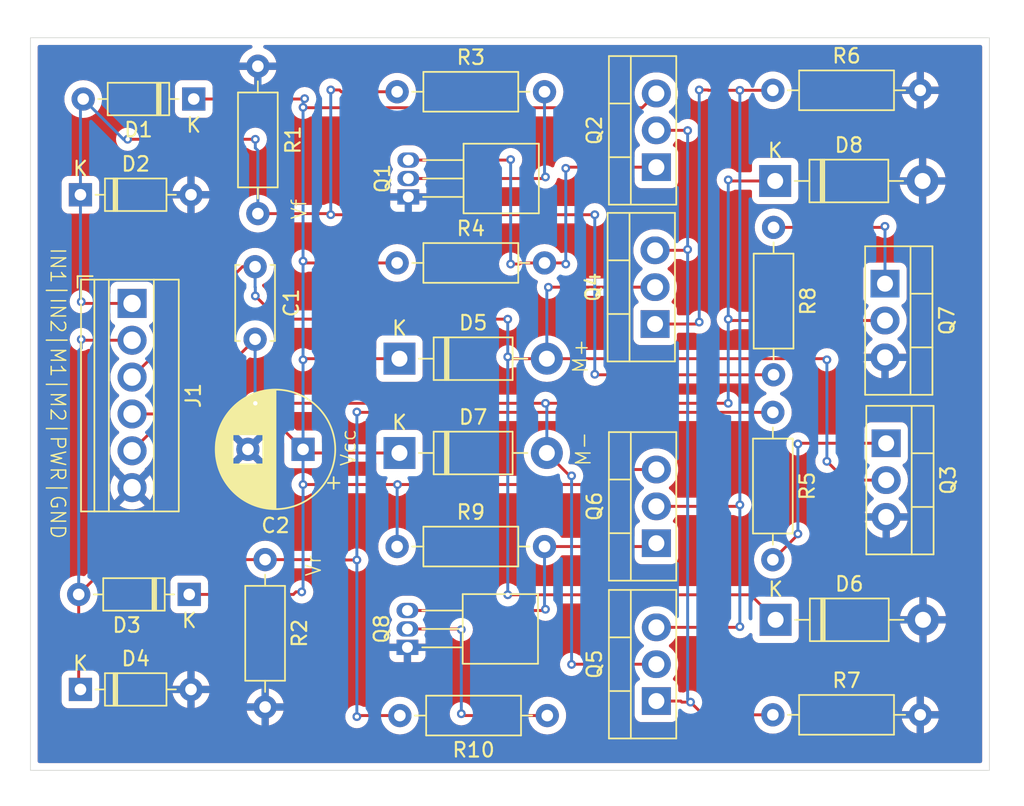
<source format=kicad_pcb>
(kicad_pcb (version 20240108) (generator "pcbnew") (generator_version "8.0")
  (layers (0 "F.Cu" signal) (31 "B.Cu" signal) (34 "B.Paste" user) (35 "F.Paste" user) (36 "B.SilkS" user "B.Silkscreen") (37 "F.SilkS" user "F.Silkscreen") (38 "B.Mask" user) (39 "F.Mask" user) (44 "Edge.Cuts" user))
  (net 0 "")
  (net 1 "Vcc")
  (net 2 "M+")
  (net 3 "M-")
  (net 4 "Vf")
  (net 5 "Vr")
  (net 6 "Net-(Q3-G)")
  (net 7 "Net-(Q4-G)")
  (net 8 "GND")
  (net 9 "Net-(Q1-B)")
  (net 10 "Net-(Q1-C)")
  (net 11 "Net-(Q2-D)")
  (net 12 "Net-(Q6-G)")
  (net 13 "Net-(Q7-G)")
  (net 14 "Net-(Q8-B)")
  (footprint "Diode_THT:D_DO-35_SOD27_P7.62mm_Horizontal" (layer "F.Cu") (at 98.345 79.825)
    (property "Reference" "D2" (at 3.81 -2.12 0) (layer "F.SilkS"))
    (property "Value" "1N4148")
    (fp_text user "K" (at 0 -1.8 0) (layer "F.SilkS"))
    (pad "1" thru_hole rect (at 0 0) (size 1.6 1.6) (drill 0.8) (layers "*.Cu" "*.Mask") (net 4 "Vf"))
    (pad "2" thru_hole oval (at 7.62 0) (size 1.6 1.6) (drill 0.8) (layers "*.Cu" "*.Mask") (net 8 "GND"))
  )
  (footprint "Resistor_THT:R_Axial_DIN0207_L6.3mm_D2.5mm_P10.16mm_Horizontal" (layer "F.Cu") (at 110.575 81.125 90)
    (property "Reference" "R1" (at 5.08 2.43 90) (layer "F.SilkS"))
    (property "Value" "1k")
    (pad "1" thru_hole circle (at 0 0 90) (size 1.6 1.6) (drill 0.8) (layers "*.Cu" "*.Mask") (net 4 "Vf"))
    (pad "2" thru_hole oval (at 10.16 0 90) (size 1.6 1.6) (drill 0.8) (layers "*.Cu" "*.Mask") (net 8 "GND"))
  )
  (footprint "Capacitor_THT:CP_Radial_D8.0mm_P3.80mm" (layer "F.Cu") (at 113.689698 97.375 180)
    (property "Reference" "C2" (at 1.9 -5.25 360) (layer "F.SilkS"))
    (property "Value" "470uF 50V")
    (pad "1" thru_hole rect (at 0 0 180) (size 1.6 1.6) (drill 0.8) (layers "*.Cu" "*.Mask") (net 1 "Vcc"))
    (pad "2" thru_hole circle (at 3.8 0 180) (size 1.6 1.6) (drill 0.8) (layers "*.Cu" "*.Mask") (net 8 "GND"))
  )
  (footprint "Diode_THT:D_DO-35_SOD27_P7.62mm_Horizontal" (layer "F.Cu") (at 98.345 113.925)
    (property "Reference" "D4" (at 3.81 -2.12 0) (layer "F.SilkS"))
    (property "Value" "1N4148")
    (fp_text user "K" (at 0 -1.8 0) (layer "F.SilkS"))
    (pad "1" thru_hole rect (at 0 0) (size 1.6 1.6) (drill 0.8) (layers "*.Cu" "*.Mask") (net 5 "Vr"))
    (pad "2" thru_hole oval (at 7.62 0) (size 1.6 1.6) (drill 0.8) (layers "*.Cu" "*.Mask") (net 8 "GND"))
  )
  (footprint "Resistor_THT:R_Axial_DIN0207_L6.3mm_D2.5mm_P10.16mm_Horizontal" (layer "F.Cu") (at 146.075 72.625)
    (property "Reference" "R6" (at 5.08 -2.37 0) (layer "F.SilkS"))
    (property "Value" "1k")
    (pad "1" thru_hole circle (at 0 0) (size 1.6 1.6) (drill 0.8) (layers "*.Cu" "*.Mask") (net 7 "Net-(Q4-G)"))
    (pad "2" thru_hole oval (at 10.16 0) (size 1.6 1.6) (drill 0.8) (layers "*.Cu" "*.Mask") (net 8 "GND"))
  )
  (footprint "Diode_THT:D_DO-41_SOD81_P10.16mm_Horizontal" (layer "F.Cu") (at 146.235 78.875)
    (property "Reference" "D8" (at 5.08 -2.47 360) (layer "F.SilkS"))
    (property "Value" "1N5819")
    (fp_text user "K" (at 0 -2.1 360) (layer "F.SilkS"))
    (pad "1" thru_hole rect (at 0 0) (size 2.2 2.2) (drill 1.1) (layers "*.Cu" "*.Mask") (net 3 "M-"))
    (pad "2" thru_hole oval (at 10.16 0) (size 2.2 2.2) (drill 1.1) (layers "*.Cu" "*.Mask") (net 8 "GND"))
  )
  (footprint "Resistor_THT:R_Axial_DIN0207_L6.3mm_D2.5mm_P10.16mm_Horizontal" (layer "F.Cu") (at 146.075 94.825 -90)
    (property "Reference" "R5" (at 5.08 -2.37 90) (layer "F.SilkS"))
    (property "Value" "470")
    (pad "1" thru_hole circle (at 0 0 270) (size 1.6 1.6) (drill 0.8) (layers "*.Cu" "*.Mask") (net 5 "Vr"))
    (pad "2" thru_hole oval (at 10.16 0 270) (size 1.6 1.6) (drill 0.8) (layers "*.Cu" "*.Mask") (net 6 "Net-(Q3-G)"))
  )
  (footprint "Resistor_THT:R_Axial_DIN0207_L6.3mm_D2.5mm_P10.16mm_Horizontal" (layer "F.Cu") (at 111.075 104.975 -90)
    (property "Reference" "R2" (at 5.08 -2.37 90) (layer "F.SilkS"))
    (property "Value" "1k")
    (pad "1" thru_hole circle (at 0 0 270) (size 1.6 1.6) (drill 0.8) (layers "*.Cu" "*.Mask") (net 5 "Vr"))
    (pad "2" thru_hole oval (at 10.16 0 270) (size 1.6 1.6) (drill 0.8) (layers "*.Cu" "*.Mask") (net 8 "GND"))
  )
  (footprint "Package_TO_SOT_THT:TO-220-3_Vertical" (layer "F.Cu") (at 138.045 103.845 90)
    (property "Reference" "Q6" (at 2.54 -4.27 90) (layer "F.SilkS"))
    (property "Value" "IRF4905")
    (pad "1" thru_hole rect (at 0 0 90) (size 1.905 2) (drill 1.1) (layers "*.Cu" "*.Mask") (net 12 "Net-(Q6-G)"))
    (pad "2" thru_hole oval (at 2.54 0 90) (size 1.905 2) (drill 1.1) (layers "*.Cu" "*.Mask") (net 7 "Net-(Q4-G)"))
    (pad "3" thru_hole oval (at 5.08 0 90) (size 1.905 2) (drill 1.1) (layers "*.Cu" "*.Mask") (net 1 "Vcc"))
  )
  (footprint "Diode_THT:D_DO-41_SOD81_P10.16mm_Horizontal" (layer "F.Cu") (at 146.265 109.125)
    (property "Reference" "D6" (at 5.08 -2.47 360) (layer "F.SilkS"))
    (property "Value" "1N5819")
    (fp_text user "K" (at 0 -2.1 360) (layer "F.SilkS"))
    (pad "1" thru_hole rect (at 0 0) (size 2.2 2.2) (drill 1.1) (layers "*.Cu" "*.Mask") (net 2 "M+"))
    (pad "2" thru_hole oval (at 10.16 0) (size 2.2 2.2) (drill 1.1) (layers "*.Cu" "*.Mask") (net 8 "GND"))
  )
  (footprint "Resistor_THT:R_Axial_DIN0207_L6.3mm_D2.5mm_P10.16mm_Horizontal" (layer "F.Cu") (at 120.175 104.075)
    (property "Reference" "R9" (at 5.08 -2.37 0) (layer "F.SilkS"))
    (property "Value" "1k")
    (pad "1" thru_hole circle (at 0 0) (size 1.6 1.6) (drill 0.8) (layers "*.Cu" "*.Mask") (net 1 "Vcc"))
    (pad "2" thru_hole oval (at 10.16 0) (size 1.6 1.6) (drill 0.8) (layers "*.Cu" "*.Mask") (net 12 "Net-(Q6-G)"))
  )
  (footprint "Resistor_THT:R_Axial_DIN0207_L6.3mm_D2.5mm_P10.16mm_Horizontal" (layer "F.Cu") (at 130.525 115.725 180)
    (property "Reference" "R10" (at 5.08 -2.37 360) (layer "F.SilkS"))
    (property "Value" "470")
    (pad "1" thru_hole circle (at 0 0 180) (size 1.6 1.6) (drill 0.8) (layers "*.Cu" "*.Mask") (net 14 "Net-(Q8-B)"))
    (pad "2" thru_hole oval (at 10.16 0 180) (size 1.6 1.6) (drill 0.8) (layers "*.Cu" "*.Mask") (net 5 "Vr"))
  )
  (footprint "Resistor_THT:R_Axial_DIN0207_L6.3mm_D2.5mm_P10.16mm_Horizontal" (layer "F.Cu") (at 146.125 82.075 -90)
    (property "Reference" "R8" (at 5.08 -2.37 90) (layer "F.SilkS"))
    (property "Value" "470")
    (pad "1" thru_hole circle (at 0 0 270) (size 1.6 1.6) (drill 0.8) (layers "*.Cu" "*.Mask") (net 13 "Net-(Q7-G)"))
    (pad "2" thru_hole oval (at 10.16 0 270) (size 1.6 1.6) (drill 0.8) (layers "*.Cu" "*.Mask") (net 4 "Vf"))
  )
  (footprint "Package_TO_SOT_THT:TO-220-3_Vertical" (layer "F.Cu") (at 137.955 88.735 90)
    (property "Reference" "Q4" (at 2.54 -4.27 90) (layer "F.SilkS"))
    (property "Value" "IRF4905")
    (pad "1" thru_hole rect (at 0 0 90) (size 1.905 2) (drill 1.1) (layers "*.Cu" "*.Mask") (net 7 "Net-(Q4-G)"))
    (pad "2" thru_hole oval (at 2.54 0 90) (size 1.905 2) (drill 1.1) (layers "*.Cu" "*.Mask") (net 2 "M+"))
    (pad "3" thru_hole oval (at 5.08 0 90) (size 1.905 2) (drill 1.1) (layers "*.Cu" "*.Mask") (net 11 "Net-(Q2-D)"))
  )
  (footprint "Package_TO_SOT_THT:TO-220-3_Vertical" (layer "F.Cu") (at 153.885 96.955 -90)
    (property "Reference" "Q3" (at 2.54 -4.27 90) (layer "F.SilkS"))
    (property "Value" "IRLZ44N")
    (pad "1" thru_hole rect (at 0 0 270) (size 1.905 2) (drill 1.1) (layers "*.Cu" "*.Mask") (net 6 "Net-(Q3-G)"))
    (pad "2" thru_hole oval (at 2.54 0 270) (size 1.905 2) (drill 1.1) (layers "*.Cu" "*.Mask") (net 2 "M+"))
    (pad "3" thru_hole oval (at 5.08 0 270) (size 1.905 2) (drill 1.1) (layers "*.Cu" "*.Mask") (net 8 "GND"))
  )
  (footprint "Package_TO_SOT_THT:TO-220-3_Vertical" (layer "F.Cu") (at 138.045 77.925 90)
    (property "Reference" "Q2" (at 2.54 -4.27 90) (layer "F.SilkS"))
    (property "Value" "IRF4905")
    (pad "1" thru_hole rect (at 0 0 90) (size 1.905 2) (drill 1.1) (layers "*.Cu" "*.Mask") (net 10 "Net-(Q1-C)"))
    (pad "2" thru_hole oval (at 2.54 0 90) (size 1.905 2) (drill 1.1) (layers "*.Cu" "*.Mask") (net 11 "Net-(Q2-D)"))
    (pad "3" thru_hole oval (at 5.08 0 90) (size 1.905 2) (drill 1.1) (layers "*.Cu" "*.Mask") (net 1 "Vcc"))
  )
  (footprint "Diode_THT:D_DO-41_SOD81_P10.16mm_Horizontal" (layer "F.Cu") (at 120.335 91.125)
    (property "Reference" "D5" (at 5.08 -2.47 0) (layer "F.SilkS"))
    (property "Value" "1N5819")
    (fp_text user "K" (at 0 -2.1 0) (layer "F.SilkS"))
    (pad "1" thru_hole rect (at 0 0) (size 2.2 2.2) (drill 1.1) (layers "*.Cu" "*.Mask") (net 1 "Vcc"))
    (pad "2" thru_hole oval (at 10.16 0) (size 2.2 2.2) (drill 1.1) (layers "*.Cu" "*.Mask") (net 2 "M+"))
  )
  (footprint "TerminalBlock:TerminalBlock_Xinya_XY308-2.54-6P_1x06_P2.54mm_Horizontal" (layer "F.Cu") (at 101.905 87.315 -90)
    (property "Reference" "J1" (at 6.35 -4.22 90) (layer "F.SilkS"))
    (property "Value" "Screw_Terminal_01x06")
    (pad "1" thru_hole rect (at 0 0 270) (size 2 2) (drill 1.2) (layers "*.Cu" "*.Mask") (net 4 "Vf"))
    (pad "2" thru_hole circle (at 2.54 0 270) (size 2 2) (drill 1.2) (layers "*.Cu" "*.Mask") (net 5 "Vr"))
    (pad "3" thru_hole circle (at 5.08 0 270) (size 2 2) (drill 1.2) (layers "*.Cu" "*.Mask") (net 2 "M+"))
    (pad "4" thru_hole circle (at 7.62 0 270) (size 2 2) (drill 1.2) (layers "*.Cu" "*.Mask") (net 3 "M-"))
    (pad "5" thru_hole circle (at 10.16 0 270) (size 2 2) (drill 1.2) (layers "*.Cu" "*.Mask") (net 1 "Vcc"))
    (pad "6" thru_hole circle (at 12.7 0 270) (size 2 2) (drill 1.2) (layers "*.Cu" "*.Mask") (net 8 "GND"))
  )
  (footprint "Package_TO_SOT_THT:TO-220-3_Vertical" (layer "F.Cu") (at 138.045 114.725 90)
    (property "Reference" "Q5" (at 2.54 -4.27 90) (layer "F.SilkS"))
    (property "Value" "IRF4905")
    (pad "1" thru_hole rect (at 0 0 90) (size 1.905 2) (drill 1.1) (layers "*.Cu" "*.Mask") (net 11 "Net-(Q2-D)"))
    (pad "2" thru_hole oval (at 2.54 0 90) (size 1.905 2) (drill 1.1) (layers "*.Cu" "*.Mask") (net 3 "M-"))
    (pad "3" thru_hole oval (at 5.08 0 90) (size 1.905 2) (drill 1.1) (layers "*.Cu" "*.Mask") (net 7 "Net-(Q4-G)"))
  )
  (footprint "Package_TO_SOT_THT:TO-92_Inline_Horizontal1" (layer "F.Cu") (at 120.885 111.025 90)
    (property "Reference" "Q8" (at 1.27 -1.78 90) (layer "F.SilkS"))
    (property "Value" "2N2222")
    (pad "1" thru_hole rect (at 0 0 90) (size 1.05 1.5) (drill 0.75) (layers "*.Cu" "*.Mask") (net 8 "GND"))
    (pad "2" thru_hole oval (at 1.27 0 90) (size 1.05 1.5) (drill 0.75) (layers "*.Cu" "*.Mask") (net 14 "Net-(Q8-B)"))
    (pad "3" thru_hole oval (at 2.54 0 90) (size 1.05 1.5) (drill 0.75) (layers "*.Cu" "*.Mask") (net 12 "Net-(Q6-G)"))
  )
  (footprint "Capacitor_THT:C_Disc_D5.0mm_W2.5mm_P5.00mm" (layer "F.Cu") (at 110.385 84.785 -90)
    (property "Reference" "C1" (at 2.5 -2.5 90) (layer "F.SilkS"))
    (property "Value" "1uF 50V")
    (pad "1" thru_hole circle (at 0 0 270) (size 1.6 1.6) (drill 0.8) (layers "*.Cu" "*.Mask") (net 2 "M+"))
    (pad "2" thru_hole circle (at 5 0 270) (size 1.6 1.6) (drill 0.8) (layers "*.Cu" "*.Mask") (net 3 "M-"))
  )
  (footprint "Resistor_THT:R_Axial_DIN0207_L6.3mm_D2.5mm_P10.16mm_Horizontal" (layer "F.Cu") (at 146.075 115.675)
    (property "Reference" "R7" (at 5.08 -2.37 0) (layer "F.SilkS"))
    (property "Value" "1k")
    (pad "1" thru_hole circle (at 0 0) (size 1.6 1.6) (drill 0.8) (layers "*.Cu" "*.Mask") (net 11 "Net-(Q2-D)"))
    (pad "2" thru_hole oval (at 10.16 0) (size 1.6 1.6) (drill 0.8) (layers "*.Cu" "*.Mask") (net 8 "GND"))
  )
  (footprint "Package_TO_SOT_THT:TO-92_Inline_Horizontal1" (layer "F.Cu") (at 120.945 79.975 90)
    (property "Reference" "Q1" (at 1.27 -1.78 90) (layer "F.SilkS"))
    (property "Value" "2N2222")
    (pad "1" thru_hole rect (at 0 0 90) (size 1.05 1.5) (drill 0.75) (layers "*.Cu" "*.Mask") (net 8 "GND"))
    (pad "2" thru_hole oval (at 1.27 0 90) (size 1.05 1.5) (drill 0.75) (layers "*.Cu" "*.Mask") (net 9 "Net-(Q1-B)"))
    (pad "3" thru_hole oval (at 2.54 0 90) (size 1.05 1.5) (drill 0.75) (layers "*.Cu" "*.Mask") (net 10 "Net-(Q1-C)"))
  )
  (footprint "Diode_THT:D_DO-35_SOD27_P7.62mm_Horizontal" (layer "F.Cu") (at 105.845 107.375 180)
    (property "Reference" "D3" (at 4.31 -2.12 360) (layer "F.SilkS"))
    (property "Value" "1N4148")
    (fp_text user "K" (at 0 -1.8 360) (layer "F.SilkS"))
    (pad "1" thru_hole rect (at 0 0 180) (size 1.6 1.6) (drill 0.8) (layers "*.Cu" "*.Mask") (net 1 "Vcc"))
    (pad "2" thru_hole oval (at 7.62 0 180) (size 1.6 1.6) (drill 0.8) (layers "*.Cu" "*.Mask") (net 5 "Vr"))
  )
  (footprint "Package_TO_SOT_THT:TO-220-3_Vertical" (layer "F.Cu") (at 153.805 85.955 -90)
    (property "Reference" "Q7" (at 2.54 -4.27 90) (layer "F.SilkS"))
    (property "Value" "IRLZ44N")
    (pad "1" thru_hole rect (at 0 0 270) (size 1.905 2) (drill 1.1) (layers "*.Cu" "*.Mask") (net 13 "Net-(Q7-G)"))
    (pad "2" thru_hole oval (at 2.54 0 270) (size 1.905 2) (drill 1.1) (layers "*.Cu" "*.Mask") (net 3 "M-"))
    (pad "3" thru_hole oval (at 5.08 0 270) (size 1.905 2) (drill 1.1) (layers "*.Cu" "*.Mask") (net 8 "GND"))
  )
  (footprint "Resistor_THT:R_Axial_DIN0207_L6.3mm_D2.5mm_P10.16mm_Horizontal" (layer "F.Cu") (at 120.175 72.725)
    (property "Reference" "R3" (at 5.08 -2.37 0) (layer "F.SilkS"))
    (property "Value" "470")
    (pad "1" thru_hole circle (at 0 0) (size 1.6 1.6) (drill 0.8) (layers "*.Cu" "*.Mask") (net 4 "Vf"))
    (pad "2" thru_hole oval (at 10.16 0) (size 1.6 1.6) (drill 0.8) (layers "*.Cu" "*.Mask") (net 9 "Net-(Q1-B)"))
  )
  (footprint "Diode_THT:D_DO-41_SOD81_P10.16mm_Horizontal" (layer "F.Cu") (at 120.335 97.625)
    (property "Reference" "D7" (at 5.08 -2.47 0) (layer "F.SilkS"))
    (property "Value" "1N5819")
    (fp_text user "K" (at 0 -2.1 0) (layer "F.SilkS"))
    (pad "1" thru_hole rect (at 0 0) (size 2.2 2.2) (drill 1.1) (layers "*.Cu" "*.Mask") (net 1 "Vcc"))
    (pad "2" thru_hole oval (at 10.16 0) (size 2.2 2.2) (drill 1.1) (layers "*.Cu" "*.Mask") (net 3 "M-"))
  )
  (footprint "Resistor_THT:R_Axial_DIN0207_L6.3mm_D2.5mm_P10.16mm_Horizontal" (layer "F.Cu") (at 120.175 84.525)
    (property "Reference" "R4" (at 5.08 -2.37 360) (layer "F.SilkS"))
    (property "Value" "1k")
    (pad "1" thru_hole circle (at 0 0) (size 1.6 1.6) (drill 0.8) (layers "*.Cu" "*.Mask") (net 1 "Vcc"))
    (pad "2" thru_hole oval (at 10.16 0) (size 1.6 1.6) (drill 0.8) (layers "*.Cu" "*.Mask") (net 10 "Net-(Q1-C)"))
  )
  (footprint "Diode_THT:D_DO-35_SOD27_P7.62mm_Horizontal" (layer "F.Cu") (at 106.155 73.225 180)
    (property "Reference" "D1" (at 3.81 -2.12 360) (layer "F.SilkS"))
    (property "Value" "1N4148")
    (fp_text user "K" (at 0 -1.8 360) (layer "F.SilkS"))
    (pad "1" thru_hole rect (at 0 0 180) (size 1.6 1.6) (drill 0.8) (layers "*.Cu" "*.Mask") (net 1 "Vcc"))
    (pad "2" thru_hole oval (at 7.62 0 180) (size 1.6 1.6) (drill 0.8) (layers "*.Cu" "*.Mask") (net 4 "Vf"))
  )
  (gr_rect (start 94.9 69) (end 161 119.5) (stroke (width 0.05)) (fill none) (layer "Edge.Cuts"))
  (gr_text "Vf" (at 114 81.6 90) (layer "F.SilkS") (effects (font (size 1 1) (thickness 0.1)) (justify left bottom)))
  (gr_text "Vcc" (at 117.4 98.6 90) (layer "F.SilkS") (effects (font (size 1 1) (thickness 0.1)) (justify left bottom)))
  (gr_text "M-" (at 133.6 98.6 90) (layer "F.SilkS") (effects (font (size 1 1) (thickness 0.1)) (justify left bottom)))
  (gr_text "M+" (at 133.4 92.2 90) (layer "F.SilkS") (effects (font (size 1 1) (thickness 0.1)) (justify left bottom)))
  (gr_text "IN1|IN2|M1|M2|PWR|GND" (at 96.2 83.4 270) (layer "F.SilkS") (effects (font (size 1 1) (thickness 0.1)) (justify left bottom)))
  (gr_text "Vr" (at 115 106.2 90) (layer "F.SilkS") (effects (font (size 1 1) (thickness 0.1)) (justify left bottom)))
  (segment (start 113.025 107.375) (end 105.845 107.375) (width 0.2) (layer "F.Cu") (net 1))
  (segment (start 106.155 73.225) (end 113.775 73.225) (width 0.2) (layer "F.Cu") (net 1))
  (segment (start 120.335 91.125) (end 113.764698 91.125) (width 0.2) (layer "F.Cu") (net 1))
  (segment (start 113.6 107.2) (end 113.2 107.2) (width 0.2) (layer "F.Cu") (net 1))
  (segment (start 135.435 98.765) (end 134.4 99.8) (width 0.2) (layer "F.Cu") (net 1))
  (segment (start 107.2 95.2) (end 111.514698 95.2) (width 0.2) (layer "F.Cu") (net 1))
  (segment (start 103.105 96.275) (end 106.125 96.275) (width 0.2) (layer "F.Cu") (net 1))
  (segment (start 138.045 98.765) (end 135.435 98.765) (width 0.2) (layer "F.Cu") (net 1))
  (segment (start 113.939698 97.625) (end 113.689698 97.375) (width 0.2) (layer "F.Cu") (net 1))
  (segment (start 113.714698 73.825) (end 113.689698 73.8) (width 0.2) (layer "F.Cu") (net 1))
  (segment (start 120.2 99.8) (end 113.689698 99.8) (width 0.2) (layer "F.Cu") (net 1))
  (segment (start 113.764698 91.125) (end 113.689698 91.2) (width 0.2) (layer "F.Cu") (net 1))
  (segment (start 120.175 84.525) (end 113.814698 84.525) (width 0.2) (layer "F.Cu") (net 1))
  (segment (start 120.335 97.625) (end 113.939698 97.625) (width 0.2) (layer "F.Cu") (net 1))
  (segment (start 113.2 107.2) (end 113.025 107.375) (width 0.2) (layer "F.Cu") (net 1))
  (segment (start 138.045 72.845) (end 137.065 73.825) (width 0.2) (layer "F.Cu") (net 1))
  (segment (start 137.065 73.825) (end 113.714698 73.825) (width 0.2) (layer "F.Cu") (net 1))
  (segment (start 101.905 97.475) (end 103.105 96.275) (width 0.2) (layer "F.Cu") (net 1))
  (segment (start 113.814698 84.525) (end 113.689698 84.4) (width 0.2) (layer "F.Cu") (net 1))
  (segment (start 111.514698 95.2) (end 113.689698 97.375) (width 0.2) (layer "F.Cu") (net 1))
  (segment (start 106.125 96.275) (end 107.2 95.2) (width 0.2) (layer "F.Cu") (net 1))
  (segment (start 113.775 73.225) (end 113.8 73.2) (width 0.2) (layer "F.Cu") (net 1))
  (segment (start 134.4 99.8) (end 120.2 99.8) (width 0.2) (layer "F.Cu") (net 1))
  (via (at 113.689698 91.2) (size 0.6) (drill 0.3) (layers "F.Cu" "B.Cu") (net 1))
  (via (at 120.2 99.8) (size 0.6) (drill 0.3) (layers "F.Cu" "B.Cu") (net 1))
  (via (at 113.689698 99.8) (size 0.6) (drill 0.3) (layers "F.Cu" "B.Cu") (net 1))
  (via (at 113.8 73.2) (size 0.6) (drill 0.3) (layers "F.Cu" "B.Cu") (net 1))
  (via (at 113.689698 84.4) (size 0.6) (drill 0.3) (layers "F.Cu" "B.Cu") (net 1))
  (via (at 113.689698 73.8) (size 0.6) (drill 0.3) (layers "F.Cu" "B.Cu") (net 1))
  (via (at 113.6 107.2) (size 0.6) (drill 0.3) (layers "F.Cu" "B.Cu") (net 1))
  (segment (start 113.689698 99.8) (end 113.689698 107.110302) (width 0.2) (layer "B.Cu") (net 1))
  (segment (start 120.175 99.825) (end 120.2 99.8) (width 0.2) (layer "B.Cu") (net 1))
  (segment (start 113.689698 97.375) (end 113.689698 99.8) (width 0.2) (layer "B.Cu") (net 1))
  (segment (start 120.175 104.075) (end 120.175 99.825) (width 0.2) (layer "B.Cu") (net 1))
  (segment (start 113.689698 107.110302) (end 113.6 107.2) (width 0.2) (layer "B.Cu") (net 1))
  (segment (start 113.689698 73.8) (end 113.689698 84.4) (width 0.2) (layer "B.Cu") (net 1))
  (segment (start 113.689698 91.2) (end 113.689698 97.375) (width 0.2) (layer "B.Cu") (net 1))
  (segment (start 113.689698 84.4) (end 113.689698 91.2) (width 0.2) (layer "B.Cu") (net 1))
  (segment (start 113.689698 73.310302) (end 113.689698 73.8) (width 0.2) (layer "B.Cu") (net 1))
  (segment (start 113.8 73.2) (end 113.689698 73.310302) (width 0.2) (layer "B.Cu") (net 1))
  (segment (start 137.955 86.195) (end 130.605 86.195) (width 0.2) (layer "F.Cu") (net 2))
  (segment (start 144.54 107.4) (end 127.8 107.4) (width 0.2) (layer "F.Cu") (net 2))
  (segment (start 130.605 86.195) (end 130.6 86.2) (width 0.2) (layer "F.Cu") (net 2))
  (segment (start 130.495 91.125) (end 127.925 91.125) (width 0.2) (layer "F.Cu") (net 2))
  (segment (start 101.905 92.395) (end 109.515 84.785) (width 0.2) (layer "F.Cu") (net 2))
  (segment (start 127.8 88.4) (end 112 88.4) (width 0.2) (layer "F.Cu") (net 2))
  (segment (start 151.095 99.495) (end 149.8 98.2) (width 0.2) (layer "F.Cu") (net 2))
  (segment (start 109.515 84.785) (end 110.385 84.785) (width 0.2) (layer "F.Cu") (net 2))
  (segment (start 153.885 99.495) (end 151.095 99.495) (width 0.2) (layer "F.Cu") (net 2))
  (segment (start 146.265 109.125) (end 144.54 107.4) (width 0.2) (layer "F.Cu") (net 2))
  (segment (start 127.925 91.125) (end 127.8 91) (width 0.2) (layer "F.Cu") (net 2))
  (segment (start 112 88.4) (end 110.4 86.8) (width 0.2) (layer "F.Cu") (net 2))
  (segment (start 149.8 91.2) (end 149.725 91.125) (width 0.2) (layer "F.Cu") (net 2))
  (segment (start 149.725 91.125) (end 130.495 91.125) (width 0.2) (layer "F.Cu") (net 2))
  (via (at 127.8 88.4) (size 0.6) (drill 0.3) (layers "F.Cu" "B.Cu") (net 2))
  (via (at 149.8 91.2) (size 0.6) (drill 0.3) (layers "F.Cu" "B.Cu") (net 2))
  (via (at 149.8 98.2) (size 0.6) (drill 0.3) (layers "F.Cu" "B.Cu") (net 2))
  (via (at 130.6 86.2) (size 0.6) (drill 0.3) (layers "F.Cu" "B.Cu") (net 2))
  (via (at 110.4 86.8) (size 0.6) (drill 0.3) (layers "F.Cu" "B.Cu") (net 2))
  (via (at 127.8 91) (size 0.6) (drill 0.3) (layers "F.Cu" "B.Cu") (net 2))
  (via (at 127.8 107.4) (size 0.6) (drill 0.3) (layers "F.Cu" "B.Cu") (net 2))
  (segment (start 110.4 86.8) (end 110.4 86.2) (width 0.2) (layer "B.Cu") (net 2))
  (segment (start 130.6 86.2) (end 130.495 86.305) (width 0.2) (layer "B.Cu") (net 2))
  (segment (start 110.385 86.185) (end 110.385 84.785) (width 0.2) (layer "B.Cu") (net 2))
  (segment (start 110.4 86.2) (end 110.385 86.185) (width 0.2) (layer "B.Cu") (net 2))
  (segment (start 149.8 98.2) (end 149.8 91.2) (width 0.2) (layer "B.Cu") (net 2))
  (segment (start 130.495 86.305) (end 130.495 91.125) (width 0.2) (layer "B.Cu") (net 2))
  (segment (start 127.8 107.4) (end 127.8 91) (width 0.2) (layer "B.Cu") (net 2))
  (segment (start 127.8 91) (end 127.8 88.4) (width 0.2) (layer "B.Cu") (net 2))
  (segment (start 105.235 94.935) (end 110.385 89.785) (width 0.2) (layer "F.Cu") (net 3))
  (segment (start 153.805 88.495) (end 143.095 88.495) (width 0.2) (layer "F.Cu") (net 3))
  (segment (start 132.07 99.2) (end 130.495 97.625) (width 0.2) (layer "F.Cu") (net 3))
  (segment (start 101.905 94.935) (end 105.235 94.935) (width 0.2) (layer "F.Cu") (net 3))
  (segment (start 143.095 88.495) (end 143 88.4) (width 0.2) (layer "F.Cu") (net 3))
  (segment (start 130.4 94.2) (end 110.4 94.2) (width 0.2) (layer "F.Cu") (net 3))
  (segment (start 143.075 78.875) (end 143 78.8) (width 0.2) (layer "F.Cu") (net 3))
  (segment (start 143 94.2) (end 130.4 94.2) (width 0.2) (layer "F.Cu") (net 3))
  (segment (start 146.235 78.875) (end 143.075 78.875) (width 0.2) (layer "F.Cu") (net 3))
  (segment (start 138.045 112.185) (end 132.215 112.185) (width 0.2) (layer "F.Cu") (net 3))
  (segment (start 132.2 99.2) (end 132.07 99.2) (width 0.2) (layer "F.Cu") (net 3))
  (segment (start 132.215 112.185) (end 132.2 112.2) (width 0.2) (layer "F.Cu") (net 3))
  (via (at 143 88.4) (size 0.6) (drill 0.3) (layers "F.Cu" "B.Cu") (net 3))
  (via (at 132.2 112.2) (size 0.6) (drill 0.3) (layers "F.Cu" "B.Cu") (net 3))
  (via (at 143 78.8) (size 0.6) (drill 0.3) (layers "F.Cu" "B.Cu") (net 3))
  (via (at 130.4 94.2) (size 0.6) (drill 0.3) (layers "F.Cu" "B.Cu") (net 3))
  (via (at 132.2 99.2) (size 0.6) (drill 0.3) (layers "F.Cu" "B.Cu") (net 3))
  (via (at 110.4 94.2) (size 0.6) (drill 0.3) (layers "F.Cu" "B.Cu") (net 3))
  (via (at 143 94.2) (size 0.6) (drill 0.3) (layers "F.Cu" "B.Cu") (net 3))
  (segment (start 143 88.4) (end 143 94.2) (width 0.2) (layer "B.Cu") (net 3))
  (segment (start 110.4 94.2) (end 110.385 94.185) (width 0.2) (layer "B.Cu") (net 3))
  (segment (start 110.385 94.185) (end 110.385 89.785) (width 0.2) (layer "B.Cu") (net 3))
  (segment (start 130.495 94.295) (end 130.4 94.2) (width 0.2) (layer "B.Cu") (net 3))
  (segment (start 130.495 97.625) (end 130.495 94.295) (width 0.2) (layer "B.Cu") (net 3))
  (segment (start 143 78.8) (end 143 88.4) (width 0.2) (layer "B.Cu") (net 3))
  (segment (start 132.2 112.2) (end 132.2 99.2) (width 0.2) (layer "B.Cu") (net 3))
  (segment (start 133.835 92.235) (end 133.8 92.2) (width 0.2) (layer "F.Cu") (net 4))
  (segment (start 116.2 72.6) (end 116.325 72.725) (width 0.2) (layer "F.Cu") (net 4))
  (segment (start 101.6 76) (end 110.4 76) (width 0.2) (layer "F.Cu") (net 4))
  (segment (start 110.575 81.125) (end 115.525 81.125) (width 0.2) (layer "F.Cu") (net 4))
  (segment (start 116.325 72.725) (end 120.175 72.725) (width 0.2) (layer "F.Cu") (net 4))
  (segment (start 115.525 81.125) (end 115.6 81.2) (width 0.2) (layer "F.Cu") (net 4))
  (segment (start 133.8 81.2) (end 115.6 81.2) (width 0.2) (layer "F.Cu") (net 4))
  (segment (start 101.905 87.315) (end 98.515 87.315) (width 0.2) (layer "F.Cu") (net 4))
  (segment (start 146.125 92.235) (end 133.835 92.235) (width 0.2) (layer "F.Cu") (net 4))
  (segment (start 115.6 72.6) (end 116.2 72.6) (width 0.2) (layer "F.Cu") (net 4))
  (segment (start 98.515 87.315) (end 98.4 87.2) (width 0.2) (layer "F.Cu") (net 4))
  (via (at 133.8 92.2) (size 0.6) (drill 0.3) (layers "F.Cu" "B.Cu") (net 4))
  (via (at 110.4 76) (size 0.6) (drill 0.3) (layers "F.Cu" "B.Cu") (net 4))
  (via (at 115.6 72.6) (size 0.6) (drill 0.3) (layers "F.Cu" "B.Cu") (net 4))
  (via (at 101.6 76) (size 0.6) (drill 0.3) (layers "F.Cu" "B.Cu") (net 4))
  (via (at 133.8 81.2) (size 0.6) (drill 0.3) (layers "F.Cu" "B.Cu") (net 4))
  (via (at 115.6 81.2) (size 0.6) (drill 0.3) (layers "F.Cu" "B.Cu") (net 4))
  (via (at 98.4 87.2) (size 0.6) (drill 0.3) (layers "F.Cu" "B.Cu") (net 4))
  (segment (start 110.575 76.775) (end 110.575 81.125) (width 0.2) (layer "B.Cu") (net 4))
  (segment (start 101.31 76) (end 101.6 76) (width 0.2) (layer "B.Cu") (net 4))
  (segment (start 98.345 79.825) (end 98.345 73.415) (width 0.2) (layer "B.Cu") (net 4))
  (segment (start 98.4 87.2) (end 98.345 87.145) (width 0.2) (layer "B.Cu") (net 4))
  (segment (start 98.535 73.225) (end 101.31 76) (width 0.2) (layer "B.Cu") (net 4))
  (segment (start 133.8 92.2) (end 133.8 81.2) (width 0.2) (layer "B.Cu") (net 4))
  (segment (start 110.4 76) (end 110.4 76.6) (width 0.2) (layer "B.Cu") (net 4))
  (segment (start 98.345 73.415) (end 98.535 73.225) (width 0.2) (layer "B.Cu") (net 4))
  (segment (start 98.345 87.145) (end 98.345 79.825) (width 0.2) (layer "B.Cu") (net 4))
  (segment (start 110.4 76.6) (end 110.575 76.775) (width 0.2) (layer "B.Cu") (net 4))
  (segment (start 115.6 81.2) (end 115.6 72.6) (width 0.2) (layer "B.Cu") (net 4))
  (segment (start 98.455 89.855) (end 98.4 89.8) (width 0.2) (layer "F.Cu") (net 5))
  (segment (start 117.4 105) (end 116.6 105) (width 0.2) (layer "F.Cu") (net 5))
  (segment (start 117.475 115.725) (end 117.4 115.8) (width 0.2) (layer "F.Cu") (net 5))
  (segment (start 117.425 94.825) (end 117.4 94.8) (width 0.2) (layer "F.Cu") (net 5))
  (segment (start 116.6 105) (end 116.575 104.975) (width 0.2) (layer "F.Cu") (net 5))
  (segment (start 101.905 89.855) (end 98.455 89.855) (width 0.2) (layer "F.Cu") (net 5))
  (segment (start 98.225 107.375) (end 98.225 113.805) (width 0.2) (layer "F.Cu") (net 5))
  (segment (start 116.575 104.975) (end 111.075 104.975) (width 0.2) (layer "F.Cu") (net 5))
  (segment (start 98.225 107.375) (end 100.625 104.975) (width 0.2) (layer "F.Cu") (net 5))
  (segment (start 100.625 104.975) (end 111.075 104.975) (width 0.2) (layer "F.Cu") (net 5))
  (segment (start 146.075 94.825) (end 117.425 94.825) (width 0.2) (layer "F.Cu") (net 5))
  (segment (start 98.225 113.805) (end 98.345 113.925) (width 0.2) (layer "F.Cu") (net 5))
  (segment (start 120.365 115.725) (end 117.475 115.725) (width 0.2) (layer "F.Cu") (net 5))
  (via (at 117.4 105) (size 0.6) (drill 0.3) (layers "F.Cu" "B.Cu") (net 5))
  (via (at 98.4 89.8) (size 0.6) (drill 0.3) (layers "F.Cu" "B.Cu") (net 5))
  (via (at 117.4 94.8) (size 0.6) (drill 0.3) (layers "F.Cu" "B.Cu") (net 5))
  (via (at 117.4 115.8) (size 0.6) (drill 0.3) (layers "F.Cu" "B.Cu") (net 5))
  (segment (start 98.4 89.8) (end 98.4 90.4) (width 0.2) (layer "B.Cu") (net 5))
  (segment (start 98.225 90.575) (end 98.225 107.375) (width 0.2) (layer "B.Cu") (net 5))
  (segment (start 117.4 115.8) (end 117.4 105) (width 0.2) (layer "B.Cu") (net 5))
  (segment (start 98.4 90.4) (end 98.225 90.575) (width 0.2) (layer "B.Cu") (net 5))
  (segment (start 117.4 94.8) (end 117.4 105) (width 0.2) (layer "B.Cu") (net 5))
  (segment (start 147.8 97) (end 148 97) (width 0.2) (layer "F.Cu") (net 6))
  (segment (start 148 97) (end 148.045 96.955) (width 0.2) (layer "F.Cu") (net 6))
  (segment (start 146.075 104.985) (end 147.8 103.26) (width 0.2) (layer "F.Cu") (net 6))
  (segment (start 147.8 103.26) (end 147.8 103.2) (width 0.2) (layer "F.Cu") (net 6))
  (segment (start 148.045 96.955) (end 153.885 96.955) (width 0.2) (layer "F.Cu") (net 6))
  (via (at 147.8 103.2) (size 0.6) (drill 0.3) (layers "F.Cu" "B.Cu") (net 6))
  (via (at 147.8 97) (size 0.6) (drill 0.3) (layers "F.Cu" "B.Cu") (net 6))
  (segment (start 147.8 103.2) (end 147.8 97) (width 0.2) (layer "B.Cu") (net 6))
  (segment (start 143.755 109.645) (end 138.045 109.645) (width 0.2) (layer "F.Cu") (net 7))
  (segment (start 141 72.6) (end 141.6 72.6) (width 0.2) (layer "F.Cu") (net 7))
  (segment (start 138.045 101.305) (end 143.695 101.305) (width 0.2) (layer "F.Cu") (net 7))
  (segment (start 143.8 109.6) (end 143.755 109.645) (width 0.2) (layer "F.Cu") (net 7))
  (segment (start 141.625 72.625) (end 146.075 72.625) (width 0.2) (layer "F.Cu") (net 7))
  (segment (start 137.955 88.735) (end 140.865 88.735) (width 0.2) (layer "F.Cu") (net 7))
  (segment (start 141.6 72.6) (end 141.625 72.625) (width 0.2) (layer "F.Cu") (net 7))
  (segment (start 143.695 101.305) (end 143.8 101.2) (width 0.2) (layer "F.Cu") (net 7))
  (segment (start 140.865 88.735) (end 141 88.6) (width 0.2) (layer "F.Cu") (net 7))
  (via (at 141 72.6) (size 0.6) (drill 0.3) (layers "F.Cu" "B.Cu") (net 7))
  (via (at 143.8 72.625) (size 0.6) (drill 0.3) (layers "F.Cu" "B.Cu") (net 7))
  (via (at 141 88.6) (size 0.6) (drill 0.3) (layers "F.Cu" "B.Cu") (net 7))
  (via (at 143.8 109.6) (size 0.6) (drill 0.3) (layers "F.Cu" "B.Cu") (net 7))
  (via (at 143.8 101.2) (size 0.6) (drill 0.3) (layers "F.Cu" "B.Cu") (net 7))
  (segment (start 143.8 101.2) (end 143.8 109.6) (width 0.2) (layer "B.Cu") (net 7))
  (segment (start 143.8 72.625) (end 143.8 101.2) (width 0.2) (layer "B.Cu") (net 7))
  (segment (start 141 88.6) (end 141 72.6) (width 0.2) (layer "B.Cu") (net 7))
  (segment (start 130.295 78.705) (end 120.945 78.705) (width 0.2) (layer "F.Cu") (net 9))
  (segment (start 130.4 78.6) (end 130.295 78.705) (width 0.2) (layer "F.Cu") (net 9))
  (via (at 130.4 78.6) (size 0.6) (drill 0.3) (layers "F.Cu" "B.Cu") (net 9))
  (segment (start 130.335 72.725) (end 130.335 78.535) (width 0.2) (layer "B.Cu") (net 9))
  (segment (start 130.335 78.535) (end 130.4 78.6) (width 0.2) (layer "B.Cu") (net 9))
  (segment (start 131.875 77.925) (end 138.045 77.925) (width 0.2) (layer "F.Cu") (net 10))
  (segment (start 130.335 84.525) (end 131.725 84.525) (width 0.2) (layer "F.Cu") (net 10))
  (segment (start 128 84.6) (end 128.6 84.6) (width 0.2) (layer "F.Cu") (net 10))
  (segment (start 128.675 84.525) (end 130.335 84.525) (width 0.2) (layer "F.Cu") (net 10))
  (segment (start 131.725 84.525) (end 131.8 84.6) (width 0.2) (layer "F.Cu") (net 10))
  (segment (start 128.6 84.6) (end 128.675 84.525) (width 0.2) (layer "F.Cu") (net 10))
  (segment (start 131.8 78) (end 131.875 77.925) (width 0.2) (layer "F.Cu") (net 10))
  (segment (start 127.965 77.435) (end 128 77.4) (width 0.2) (layer "F.Cu") (net 10))
  (segment (start 120.945 77.435) (end 127.965 77.435) (width 0.2) (layer "F.Cu") (net 10))
  (via (at 128 77.4) (size 0.6) (drill 0.3) (layers "F.Cu" "B.Cu") (net 10))
  (via (at 128 84.6) (size 0.6) (drill 0.3) (layers "F.Cu" "B.Cu") (net 10))
  (via (at 131.8 84.6) (size 0.6) (drill 0.3) (layers "F.Cu" "B.Cu") (net 10))
  (via (at 131.8 78) (size 0.6) (drill 0.3) (layers "F.Cu" "B.Cu") (net 10))
  (segment (start 128 77.4) (end 128 84.6) (width 0.2) (layer "B.Cu") (net 10))
  (segment (start 131.8 84.6) (end 131.8 78) (width 0.2) (layer "B.Cu") (net 10))
  (segment (start 139.725 114.725) (end 138.045 114.725) (width 0.2) (layer "F.Cu") (net 11))
  (segment (start 138.045 75.385) (end 140.185 75.385) (width 0.2) (layer "F.Cu") (net 11))
  (segment (start 137.955 83.655) (end 140.145 83.655) (width 0.2) (layer "F.Cu") (net 11))
  (segment (start 140.4 114.8) (end 139.8 114.8) (width 0.2) (layer "F.Cu") (net 11))
  (segment (start 140.4 114.8) (end 141.275 115.675) (width 0.2) (layer "F.Cu") (net 11))
  (segment (start 141.275 115.675) (end 146.075 115.675) (width 0.2) (layer "F.Cu") (net 11))
  (segment (start 139.8 114.8) (end 139.725 114.725) (width 0.2) (layer "F.Cu") (net 11))
  (segment (start 140.145 83.655) (end 140.2 83.6) (width 0.2) (layer "F.Cu") (net 11))
  (segment (start 140.185 75.385) (end 140.2 75.4) (width 0.2) (layer "F.Cu") (net 11))
  (via (at 140.2 83.6) (size 0.6) (drill 0.3) (layers "F.Cu" "B.Cu") (net 11))
  (via (at 140.4 114.8) (size 0.6) (drill 0.3) (layers "F.Cu" "B.Cu") (net 11))
  (via (at 140.2 75.4) (size 0.6) (drill 0.3) (layers "F.Cu" "B.Cu") (net 11))
  (segment (start 140.2 75.4) (end 140.2 83.6) (width 0.2) (layer "B.Cu") (net 11))
  (segment (start 140.2 114.6) (end 140.4 114.8) (width 0.2) (layer "B.Cu") (net 11))
  (segment (start 140.2 83.6) (end 140.2 114.6) (width 0.2) (layer "B.Cu") (net 11))
  (segment (start 130.315 108.485) (end 130.4 108.4) (width 0.2) (layer "F.Cu") (net 12))
  (segment (start 130.335 104.075) (end 137.815 104.075) (width 0.2) (layer "F.Cu") (net 12))
  (segment (start 137.815 104.075) (end 138.045 103.845) (width 0.2) (layer "F.Cu") (net 12))
  (segment (start 120.885 108.485) (end 130.315 108.485) (width 0.2) (layer "F.Cu") (net 12))
  (via (at 130.4 108.4) (size 0.6) (drill 0.3) (layers "F.Cu" "B.Cu") (net 12))
  (segment (start 130.335 108.335) (end 130.335 104.075) (width 0.2) (layer "B.Cu") (net 12))
  (segment (start 130.4 108.4) (end 130.335 108.335) (width 0.2) (layer "B.Cu") (net 12))
  (segment (start 153.8 82) (end 153.725 82.075) (width 0.2) (layer "F.Cu") (net 13))
  (segment (start 153.725 82.075) (end 146.125 82.075) (width 0.2) (layer "F.Cu") (net 13))
  (via (at 153.8 82) (size 0.6) (drill 0.3) (layers "F.Cu" "B.Cu") (net 13))
  (segment (start 153.805 82.005) (end 153.8 82) (width 0.2) (layer "B.Cu") (net 13))
  (segment (start 153.805 85.955) (end 153.805 82.005) (width 0.2) (layer "B.Cu") (net 13))
  (segment (start 130.525 115.725) (end 124.725 115.725) (width 0.2) (layer "F.Cu") (net 14))
  (segment (start 124.6 109.8) (end 124.555 109.755) (width 0.2) (layer "F.Cu") (net 14))
  (segment (start 124.555 109.755) (end 120.885 109.755) (width 0.2) (layer "F.Cu") (net 14))
  (segment (start 124.725 115.725) (end 124.6 115.6) (width 0.2) (layer "F.Cu") (net 14))
  (via (at 124.6 109.8) (size 0.6) (drill 0.3) (layers "F.Cu" "B.Cu") (net 14))
  (via (at 124.6 115.6) (size 0.6) (drill 0.3) (layers "F.Cu" "B.Cu") (net 14))
  (segment (start 124.6 115.6) (end 124.6 109.8) (width 0.2) (layer "B.Cu") (net 14))
  (zone (net 8) (net_name "GND") (layers "F&B.Cu") (connect_pads (clearance 0.5)) (min_thickness 0.25) (fill yes (thermal_gap 0.5) (thermal_bridge_width 0.5))
    (polygon (pts (xy 92.8 66.4) (xy 92.8 122) (xy 163.4 122) (xy 163.4 66.4)))
  )
)
</source>
